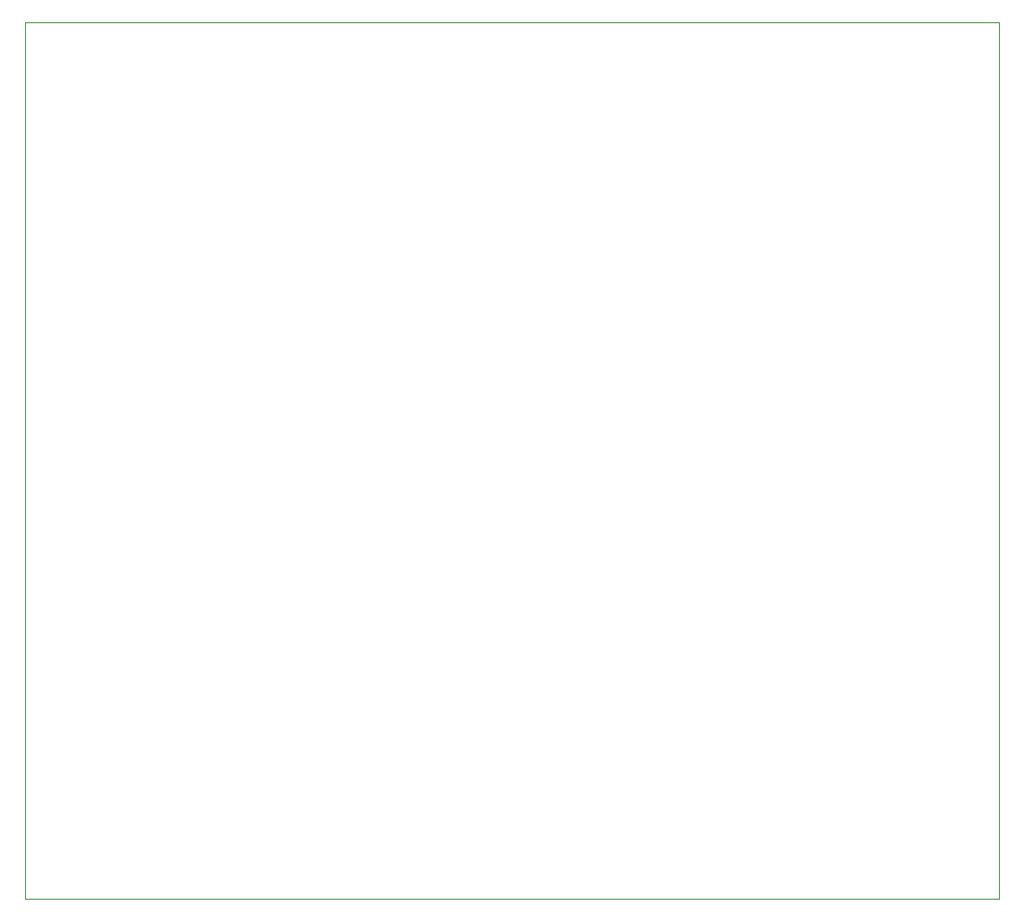
<source format=gbr>
G04 #@! TF.FileFunction,Profile,NP*
%FSLAX46Y46*%
G04 Gerber Fmt 4.6, Leading zero omitted, Abs format (unit mm)*
G04 Created by KiCad (PCBNEW (2015-01-17 BZR 5377)-product) date vie 17 abr 2015 16:14:54 ART*
%MOMM*%
G01*
G04 APERTURE LIST*
%ADD10C,0.100000*%
G04 APERTURE END LIST*
D10*
X110490000Y-20828000D02*
X21590000Y-20828000D01*
X110490000Y-100838000D02*
X21590000Y-100838000D01*
X110490000Y-20828000D02*
X110490000Y-100838000D01*
X21590000Y-100838000D02*
X21590000Y-20828000D01*
M02*

</source>
